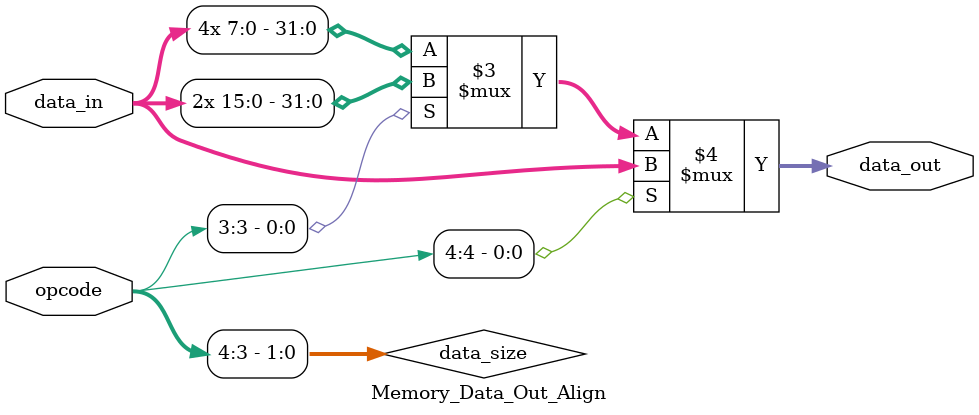
<source format=v>
/*****************************************************************************
 *                                                                           *
 * Module:       Memory_Data_Out_Align                                       *
 * Description:                                                              *
 *      This module aligns the data to be stored to memory.                  *
 *                                                                           *
 *****************************************************************************/

// synthesis translate_off
`timescale 1ns / 100ps
// synthesis translate_on

/*
Memory_Data_Out_Align the_Memory_Data_Out_Align (
	// Inputs
	.data_in	(),
	.opcode		(),
	
	// Bidirectionals

	// Outputs
	.data_out	()
);
*/

module Memory_Data_Out_Align (
	// Inputs
	data_in,
	opcode,
	
	// Bidirectionals

	// Outputs
	data_out
);

/*****************************************************************************
 *                           Parameter Declarations                          *
 *****************************************************************************/

/*****************************************************************************
 *                             Port Declarations                             *
 *****************************************************************************/
// Inputs
input	[31:0]	data_in;
input	[5:0]	opcode;

// Bidirectionals
output	[31:0]	data_out;

// Outputs

/*****************************************************************************
 *                 Internal wires and registers Declarations                 *
 *****************************************************************************/
// Internal Wires
wire	[1:0]	data_size; 	// 1x word, 01 half word, 00 byte

// Internal Registers

// State Machine Registers

/*****************************************************************************
 *                         Finite State Machine(s)                           *
 *****************************************************************************/

/*****************************************************************************
 *                             Sequential logic                              *
 *****************************************************************************/

/*****************************************************************************
 *                            Combinational logic                            *
 *****************************************************************************/

assign data_size[1] = opcode[4];
assign data_size[0] = opcode[3];

assign data_out = 
	((data_size[1] == 1'b1) ? data_in :
	((data_size[0] == 1'b1) ? {2{data_in[15:0]}} :
							  {4{data_in[7:0]}}));
					
/*****************************************************************************
 *                              Internal Modules                             *
 *****************************************************************************/

endmodule

/*****************************************************************************
 *                                                                           *
 * Copyright (C) 2006 Blair Fort. All rights reserved.  Blair Fort assumes   *
 * no responsibility or liability arising out of the application or use of   *
 * any information, product, or service described herein except as expressly *
 * agreed to in writing by Blair Fort.                                       *
 *                                                                           *
 * This module is being provided on an "as-is" basis and as an accommodation *
 * and therefore all warranties, representations or guarantees of any kind   *
 * (whether express, implied or statutory) including, without limitation,    *
 * warranties of merchantability, non-infringement, or fitness for a         *
 * particular purpose, are specifically disclaimed.                          *
 *                                                                           *
 *****************************************************************************/


</source>
